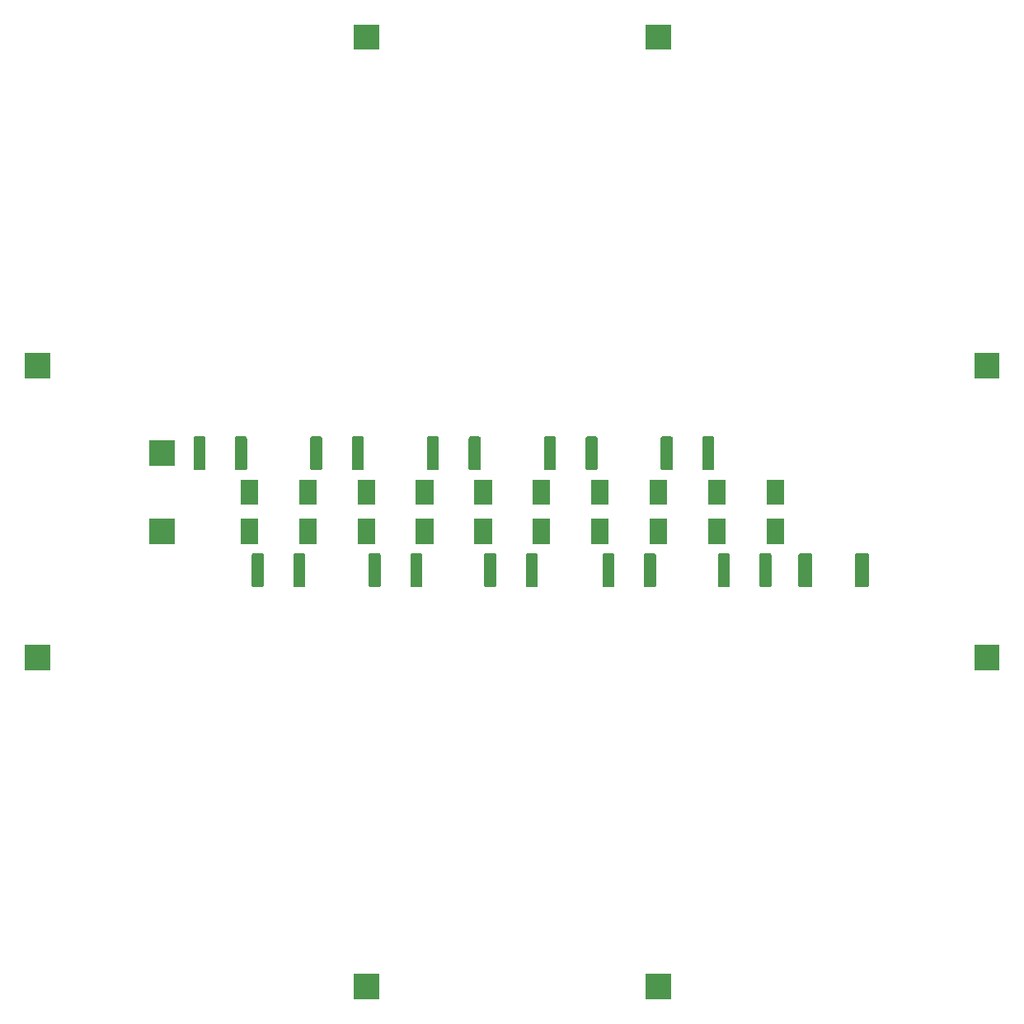
<source format=gbs>
G04 #@! TF.GenerationSoftware,KiCad,Pcbnew,5.0.1*
G04 #@! TF.CreationDate,2019-01-23T19:28:01+01:00*
G04 #@! TF.ProjectId,Statikplatte,53746174696B706C617474652E6B6963,rev?*
G04 #@! TF.SameCoordinates,Original*
G04 #@! TF.FileFunction,Soldermask,Bot*
G04 #@! TF.FilePolarity,Negative*
%FSLAX46Y46*%
G04 Gerber Fmt 4.6, Leading zero omitted, Abs format (unit mm)*
G04 Created by KiCad (PCBNEW 5.0.1) date Mi 23 Jan 2019 19:28:01 CET*
%MOMM*%
%LPD*%
G01*
G04 APERTURE LIST*
%ADD10C,0.100000*%
G04 APERTURE END LIST*
D10*
G36*
X166301000Y-150051000D02*
X163699000Y-150051000D01*
X163699000Y-147449000D01*
X166301000Y-147449000D01*
X166301000Y-150051000D01*
X166301000Y-150051000D01*
G37*
G36*
X136301000Y-150051000D02*
X133699000Y-150051000D01*
X133699000Y-147449000D01*
X136301000Y-147449000D01*
X136301000Y-150051000D01*
X136301000Y-150051000D01*
G37*
G36*
X200051000Y-116301000D02*
X197449000Y-116301000D01*
X197449000Y-113699000D01*
X200051000Y-113699000D01*
X200051000Y-116301000D01*
X200051000Y-116301000D01*
G37*
G36*
X102551000Y-116301000D02*
X99949000Y-116301000D01*
X99949000Y-113699000D01*
X102551000Y-113699000D01*
X102551000Y-116301000D01*
X102551000Y-116301000D01*
G37*
G36*
X176449808Y-104253498D02*
X176487817Y-104265028D01*
X176522848Y-104283753D01*
X176553550Y-104308950D01*
X176578747Y-104339652D01*
X176597472Y-104374683D01*
X176609002Y-104412692D01*
X176613500Y-104458362D01*
X176613500Y-107541638D01*
X176609002Y-107587308D01*
X176597472Y-107625317D01*
X176578747Y-107660348D01*
X176553550Y-107691050D01*
X176522848Y-107716247D01*
X176487817Y-107734972D01*
X176449808Y-107746502D01*
X176404138Y-107751000D01*
X175595862Y-107751000D01*
X175550192Y-107746502D01*
X175512183Y-107734972D01*
X175477152Y-107716247D01*
X175446450Y-107691050D01*
X175421253Y-107660348D01*
X175402528Y-107625317D01*
X175390998Y-107587308D01*
X175386500Y-107541638D01*
X175386500Y-104458362D01*
X175390998Y-104412692D01*
X175402528Y-104374683D01*
X175421253Y-104339652D01*
X175446450Y-104308950D01*
X175477152Y-104283753D01*
X175512183Y-104265028D01*
X175550192Y-104253498D01*
X175595862Y-104249000D01*
X176404138Y-104249000D01*
X176449808Y-104253498D01*
X176449808Y-104253498D01*
G37*
G36*
X172174808Y-104253498D02*
X172212817Y-104265028D01*
X172247848Y-104283753D01*
X172278550Y-104308950D01*
X172303747Y-104339652D01*
X172322472Y-104374683D01*
X172334002Y-104412692D01*
X172338500Y-104458362D01*
X172338500Y-107541638D01*
X172334002Y-107587308D01*
X172322472Y-107625317D01*
X172303747Y-107660348D01*
X172278550Y-107691050D01*
X172247848Y-107716247D01*
X172212817Y-107734972D01*
X172174808Y-107746502D01*
X172129138Y-107751000D01*
X171320862Y-107751000D01*
X171275192Y-107746502D01*
X171237183Y-107734972D01*
X171202152Y-107716247D01*
X171171450Y-107691050D01*
X171146253Y-107660348D01*
X171127528Y-107625317D01*
X171115998Y-107587308D01*
X171111500Y-107541638D01*
X171111500Y-104458362D01*
X171115998Y-104412692D01*
X171127528Y-104374683D01*
X171146253Y-104339652D01*
X171171450Y-104308950D01*
X171202152Y-104283753D01*
X171237183Y-104265028D01*
X171275192Y-104253498D01*
X171320862Y-104249000D01*
X172129138Y-104249000D01*
X172174808Y-104253498D01*
X172174808Y-104253498D01*
G37*
G36*
X164587308Y-104253498D02*
X164625317Y-104265028D01*
X164660348Y-104283753D01*
X164691050Y-104308950D01*
X164716247Y-104339652D01*
X164734972Y-104374683D01*
X164746502Y-104412692D01*
X164751000Y-104458362D01*
X164751000Y-107541638D01*
X164746502Y-107587308D01*
X164734972Y-107625317D01*
X164716247Y-107660348D01*
X164691050Y-107691050D01*
X164660348Y-107716247D01*
X164625317Y-107734972D01*
X164587308Y-107746502D01*
X164541638Y-107751000D01*
X163733362Y-107751000D01*
X163687692Y-107746502D01*
X163649683Y-107734972D01*
X163614652Y-107716247D01*
X163583950Y-107691050D01*
X163558753Y-107660348D01*
X163540028Y-107625317D01*
X163528498Y-107587308D01*
X163524000Y-107541638D01*
X163524000Y-104458362D01*
X163528498Y-104412692D01*
X163540028Y-104374683D01*
X163558753Y-104339652D01*
X163583950Y-104308950D01*
X163614652Y-104283753D01*
X163649683Y-104265028D01*
X163687692Y-104253498D01*
X163733362Y-104249000D01*
X164541638Y-104249000D01*
X164587308Y-104253498D01*
X164587308Y-104253498D01*
G37*
G36*
X160312308Y-104253498D02*
X160350317Y-104265028D01*
X160385348Y-104283753D01*
X160416050Y-104308950D01*
X160441247Y-104339652D01*
X160459972Y-104374683D01*
X160471502Y-104412692D01*
X160476000Y-104458362D01*
X160476000Y-107541638D01*
X160471502Y-107587308D01*
X160459972Y-107625317D01*
X160441247Y-107660348D01*
X160416050Y-107691050D01*
X160385348Y-107716247D01*
X160350317Y-107734972D01*
X160312308Y-107746502D01*
X160266638Y-107751000D01*
X159458362Y-107751000D01*
X159412692Y-107746502D01*
X159374683Y-107734972D01*
X159339652Y-107716247D01*
X159308950Y-107691050D01*
X159283753Y-107660348D01*
X159265028Y-107625317D01*
X159253498Y-107587308D01*
X159249000Y-107541638D01*
X159249000Y-104458362D01*
X159253498Y-104412692D01*
X159265028Y-104374683D01*
X159283753Y-104339652D01*
X159308950Y-104308950D01*
X159339652Y-104283753D01*
X159374683Y-104265028D01*
X159412692Y-104253498D01*
X159458362Y-104249000D01*
X160266638Y-104249000D01*
X160312308Y-104253498D01*
X160312308Y-104253498D01*
G37*
G36*
X152449808Y-104253498D02*
X152487817Y-104265028D01*
X152522848Y-104283753D01*
X152553550Y-104308950D01*
X152578747Y-104339652D01*
X152597472Y-104374683D01*
X152609002Y-104412692D01*
X152613500Y-104458362D01*
X152613500Y-107541638D01*
X152609002Y-107587308D01*
X152597472Y-107625317D01*
X152578747Y-107660348D01*
X152553550Y-107691050D01*
X152522848Y-107716247D01*
X152487817Y-107734972D01*
X152449808Y-107746502D01*
X152404138Y-107751000D01*
X151595862Y-107751000D01*
X151550192Y-107746502D01*
X151512183Y-107734972D01*
X151477152Y-107716247D01*
X151446450Y-107691050D01*
X151421253Y-107660348D01*
X151402528Y-107625317D01*
X151390998Y-107587308D01*
X151386500Y-107541638D01*
X151386500Y-104458362D01*
X151390998Y-104412692D01*
X151402528Y-104374683D01*
X151421253Y-104339652D01*
X151446450Y-104308950D01*
X151477152Y-104283753D01*
X151512183Y-104265028D01*
X151550192Y-104253498D01*
X151595862Y-104249000D01*
X152404138Y-104249000D01*
X152449808Y-104253498D01*
X152449808Y-104253498D01*
G37*
G36*
X148174808Y-104253498D02*
X148212817Y-104265028D01*
X148247848Y-104283753D01*
X148278550Y-104308950D01*
X148303747Y-104339652D01*
X148322472Y-104374683D01*
X148334002Y-104412692D01*
X148338500Y-104458362D01*
X148338500Y-107541638D01*
X148334002Y-107587308D01*
X148322472Y-107625317D01*
X148303747Y-107660348D01*
X148278550Y-107691050D01*
X148247848Y-107716247D01*
X148212817Y-107734972D01*
X148174808Y-107746502D01*
X148129138Y-107751000D01*
X147320862Y-107751000D01*
X147275192Y-107746502D01*
X147237183Y-107734972D01*
X147202152Y-107716247D01*
X147171450Y-107691050D01*
X147146253Y-107660348D01*
X147127528Y-107625317D01*
X147115998Y-107587308D01*
X147111500Y-107541638D01*
X147111500Y-104458362D01*
X147115998Y-104412692D01*
X147127528Y-104374683D01*
X147146253Y-104339652D01*
X147171450Y-104308950D01*
X147202152Y-104283753D01*
X147237183Y-104265028D01*
X147275192Y-104253498D01*
X147320862Y-104249000D01*
X148129138Y-104249000D01*
X148174808Y-104253498D01*
X148174808Y-104253498D01*
G37*
G36*
X140587308Y-104253498D02*
X140625317Y-104265028D01*
X140660348Y-104283753D01*
X140691050Y-104308950D01*
X140716247Y-104339652D01*
X140734972Y-104374683D01*
X140746502Y-104412692D01*
X140751000Y-104458362D01*
X140751000Y-107541638D01*
X140746502Y-107587308D01*
X140734972Y-107625317D01*
X140716247Y-107660348D01*
X140691050Y-107691050D01*
X140660348Y-107716247D01*
X140625317Y-107734972D01*
X140587308Y-107746502D01*
X140541638Y-107751000D01*
X139733362Y-107751000D01*
X139687692Y-107746502D01*
X139649683Y-107734972D01*
X139614652Y-107716247D01*
X139583950Y-107691050D01*
X139558753Y-107660348D01*
X139540028Y-107625317D01*
X139528498Y-107587308D01*
X139524000Y-107541638D01*
X139524000Y-104458362D01*
X139528498Y-104412692D01*
X139540028Y-104374683D01*
X139558753Y-104339652D01*
X139583950Y-104308950D01*
X139614652Y-104283753D01*
X139649683Y-104265028D01*
X139687692Y-104253498D01*
X139733362Y-104249000D01*
X140541638Y-104249000D01*
X140587308Y-104253498D01*
X140587308Y-104253498D01*
G37*
G36*
X136312308Y-104253498D02*
X136350317Y-104265028D01*
X136385348Y-104283753D01*
X136416050Y-104308950D01*
X136441247Y-104339652D01*
X136459972Y-104374683D01*
X136471502Y-104412692D01*
X136476000Y-104458362D01*
X136476000Y-107541638D01*
X136471502Y-107587308D01*
X136459972Y-107625317D01*
X136441247Y-107660348D01*
X136416050Y-107691050D01*
X136385348Y-107716247D01*
X136350317Y-107734972D01*
X136312308Y-107746502D01*
X136266638Y-107751000D01*
X135458362Y-107751000D01*
X135412692Y-107746502D01*
X135374683Y-107734972D01*
X135339652Y-107716247D01*
X135308950Y-107691050D01*
X135283753Y-107660348D01*
X135265028Y-107625317D01*
X135253498Y-107587308D01*
X135249000Y-107541638D01*
X135249000Y-104458362D01*
X135253498Y-104412692D01*
X135265028Y-104374683D01*
X135283753Y-104339652D01*
X135308950Y-104308950D01*
X135339652Y-104283753D01*
X135374683Y-104265028D01*
X135412692Y-104253498D01*
X135458362Y-104249000D01*
X136266638Y-104249000D01*
X136312308Y-104253498D01*
X136312308Y-104253498D01*
G37*
G36*
X128587308Y-104253498D02*
X128625317Y-104265028D01*
X128660348Y-104283753D01*
X128691050Y-104308950D01*
X128716247Y-104339652D01*
X128734972Y-104374683D01*
X128746502Y-104412692D01*
X128751000Y-104458362D01*
X128751000Y-107541638D01*
X128746502Y-107587308D01*
X128734972Y-107625317D01*
X128716247Y-107660348D01*
X128691050Y-107691050D01*
X128660348Y-107716247D01*
X128625317Y-107734972D01*
X128587308Y-107746502D01*
X128541638Y-107751000D01*
X127733362Y-107751000D01*
X127687692Y-107746502D01*
X127649683Y-107734972D01*
X127614652Y-107716247D01*
X127583950Y-107691050D01*
X127558753Y-107660348D01*
X127540028Y-107625317D01*
X127528498Y-107587308D01*
X127524000Y-107541638D01*
X127524000Y-104458362D01*
X127528498Y-104412692D01*
X127540028Y-104374683D01*
X127558753Y-104339652D01*
X127583950Y-104308950D01*
X127614652Y-104283753D01*
X127649683Y-104265028D01*
X127687692Y-104253498D01*
X127733362Y-104249000D01*
X128541638Y-104249000D01*
X128587308Y-104253498D01*
X128587308Y-104253498D01*
G37*
G36*
X124312308Y-104253498D02*
X124350317Y-104265028D01*
X124385348Y-104283753D01*
X124416050Y-104308950D01*
X124441247Y-104339652D01*
X124459972Y-104374683D01*
X124471502Y-104412692D01*
X124476000Y-104458362D01*
X124476000Y-107541638D01*
X124471502Y-107587308D01*
X124459972Y-107625317D01*
X124441247Y-107660348D01*
X124416050Y-107691050D01*
X124385348Y-107716247D01*
X124350317Y-107734972D01*
X124312308Y-107746502D01*
X124266638Y-107751000D01*
X123458362Y-107751000D01*
X123412692Y-107746502D01*
X123374683Y-107734972D01*
X123339652Y-107716247D01*
X123308950Y-107691050D01*
X123283753Y-107660348D01*
X123265028Y-107625317D01*
X123253498Y-107587308D01*
X123249000Y-107541638D01*
X123249000Y-104458362D01*
X123253498Y-104412692D01*
X123265028Y-104374683D01*
X123283753Y-104339652D01*
X123308950Y-104308950D01*
X123339652Y-104283753D01*
X123374683Y-104265028D01*
X123412692Y-104253498D01*
X123458362Y-104249000D01*
X124266638Y-104249000D01*
X124312308Y-104253498D01*
X124312308Y-104253498D01*
G37*
G36*
X186472797Y-104278247D02*
X186508367Y-104289037D01*
X186541139Y-104306554D01*
X186569869Y-104330131D01*
X186593446Y-104358861D01*
X186610963Y-104391633D01*
X186621753Y-104427203D01*
X186626000Y-104470324D01*
X186626000Y-107529676D01*
X186621753Y-107572797D01*
X186610963Y-107608367D01*
X186593446Y-107641139D01*
X186569869Y-107669869D01*
X186541139Y-107693446D01*
X186508367Y-107710963D01*
X186472797Y-107721753D01*
X186429676Y-107726000D01*
X185370324Y-107726000D01*
X185327203Y-107721753D01*
X185291633Y-107710963D01*
X185258861Y-107693446D01*
X185230131Y-107669869D01*
X185206554Y-107641139D01*
X185189037Y-107608367D01*
X185178247Y-107572797D01*
X185174000Y-107529676D01*
X185174000Y-104470324D01*
X185178247Y-104427203D01*
X185189037Y-104391633D01*
X185206554Y-104358861D01*
X185230131Y-104330131D01*
X185258861Y-104306554D01*
X185291633Y-104289037D01*
X185327203Y-104278247D01*
X185370324Y-104274000D01*
X186429676Y-104274000D01*
X186472797Y-104278247D01*
X186472797Y-104278247D01*
G37*
G36*
X180672797Y-104278247D02*
X180708367Y-104289037D01*
X180741139Y-104306554D01*
X180769869Y-104330131D01*
X180793446Y-104358861D01*
X180810963Y-104391633D01*
X180821753Y-104427203D01*
X180826000Y-104470324D01*
X180826000Y-107529676D01*
X180821753Y-107572797D01*
X180810963Y-107608367D01*
X180793446Y-107641139D01*
X180769869Y-107669869D01*
X180741139Y-107693446D01*
X180708367Y-107710963D01*
X180672797Y-107721753D01*
X180629676Y-107726000D01*
X179570324Y-107726000D01*
X179527203Y-107721753D01*
X179491633Y-107710963D01*
X179458861Y-107693446D01*
X179430131Y-107669869D01*
X179406554Y-107641139D01*
X179389037Y-107608367D01*
X179378247Y-107572797D01*
X179374000Y-107529676D01*
X179374000Y-104470324D01*
X179378247Y-104427203D01*
X179389037Y-104391633D01*
X179406554Y-104358861D01*
X179430131Y-104330131D01*
X179458861Y-104306554D01*
X179491633Y-104289037D01*
X179527203Y-104278247D01*
X179570324Y-104274000D01*
X180629676Y-104274000D01*
X180672797Y-104278247D01*
X180672797Y-104278247D01*
G37*
G36*
X159901000Y-103301001D02*
X158099000Y-103301001D01*
X158099000Y-100699001D01*
X159901000Y-100699001D01*
X159901000Y-103301001D01*
X159901000Y-103301001D01*
G37*
G36*
X177901000Y-103301000D02*
X176099000Y-103301000D01*
X176099000Y-100699000D01*
X177901000Y-100699000D01*
X177901000Y-103301000D01*
X177901000Y-103301000D01*
G37*
G36*
X165901000Y-103301000D02*
X164099000Y-103301000D01*
X164099000Y-100699000D01*
X165901000Y-100699000D01*
X165901000Y-103301000D01*
X165901000Y-103301000D01*
G37*
G36*
X115301000Y-103301000D02*
X112699000Y-103301000D01*
X112699000Y-100699000D01*
X115301000Y-100699000D01*
X115301000Y-103301000D01*
X115301000Y-103301000D01*
G37*
G36*
X135901000Y-103301000D02*
X134099000Y-103301000D01*
X134099000Y-100699000D01*
X135901000Y-100699000D01*
X135901000Y-103301000D01*
X135901000Y-103301000D01*
G37*
G36*
X141901000Y-103301000D02*
X140099000Y-103301000D01*
X140099000Y-100699000D01*
X141901000Y-100699000D01*
X141901000Y-103301000D01*
X141901000Y-103301000D01*
G37*
G36*
X147901000Y-103301000D02*
X146099000Y-103301000D01*
X146099000Y-100699000D01*
X147901000Y-100699000D01*
X147901000Y-103301000D01*
X147901000Y-103301000D01*
G37*
G36*
X171901000Y-103301000D02*
X170099000Y-103301000D01*
X170099000Y-100699000D01*
X171901000Y-100699000D01*
X171901000Y-103301000D01*
X171901000Y-103301000D01*
G37*
G36*
X123901000Y-103301000D02*
X122099000Y-103301000D01*
X122099000Y-100699000D01*
X123901000Y-100699000D01*
X123901000Y-103301000D01*
X123901000Y-103301000D01*
G37*
G36*
X153901000Y-103300999D02*
X152099000Y-103300999D01*
X152099000Y-100698999D01*
X153901000Y-100698999D01*
X153901000Y-103300999D01*
X153901000Y-103300999D01*
G37*
G36*
X129901000Y-103300999D02*
X128099000Y-103300999D01*
X128099000Y-100698999D01*
X129901000Y-100698999D01*
X129901000Y-103300999D01*
X129901000Y-103300999D01*
G37*
G36*
X159901000Y-99301001D02*
X158099000Y-99301001D01*
X158099000Y-96699001D01*
X159901000Y-96699001D01*
X159901000Y-99301001D01*
X159901000Y-99301001D01*
G37*
G36*
X135901000Y-99301000D02*
X134099000Y-99301000D01*
X134099000Y-96699000D01*
X135901000Y-96699000D01*
X135901000Y-99301000D01*
X135901000Y-99301000D01*
G37*
G36*
X123901000Y-99301000D02*
X122099000Y-99301000D01*
X122099000Y-96699000D01*
X123901000Y-96699000D01*
X123901000Y-99301000D01*
X123901000Y-99301000D01*
G37*
G36*
X177901000Y-99301000D02*
X176099000Y-99301000D01*
X176099000Y-96699000D01*
X177901000Y-96699000D01*
X177901000Y-99301000D01*
X177901000Y-99301000D01*
G37*
G36*
X165901000Y-99301000D02*
X164099000Y-99301000D01*
X164099000Y-96699000D01*
X165901000Y-96699000D01*
X165901000Y-99301000D01*
X165901000Y-99301000D01*
G37*
G36*
X141901000Y-99301000D02*
X140099000Y-99301000D01*
X140099000Y-96699000D01*
X141901000Y-96699000D01*
X141901000Y-99301000D01*
X141901000Y-99301000D01*
G37*
G36*
X171901000Y-99301000D02*
X170099000Y-99301000D01*
X170099000Y-96699000D01*
X171901000Y-96699000D01*
X171901000Y-99301000D01*
X171901000Y-99301000D01*
G37*
G36*
X147901000Y-99301000D02*
X146099000Y-99301000D01*
X146099000Y-96699000D01*
X147901000Y-96699000D01*
X147901000Y-99301000D01*
X147901000Y-99301000D01*
G37*
G36*
X129901000Y-99300999D02*
X128099000Y-99300999D01*
X128099000Y-96698999D01*
X129901000Y-96698999D01*
X129901000Y-99300999D01*
X129901000Y-99300999D01*
G37*
G36*
X153901000Y-99300999D02*
X152099000Y-99300999D01*
X152099000Y-96698999D01*
X153901000Y-96698999D01*
X153901000Y-99300999D01*
X153901000Y-99300999D01*
G37*
G36*
X142312308Y-92253498D02*
X142350317Y-92265028D01*
X142385348Y-92283753D01*
X142416050Y-92308950D01*
X142441247Y-92339652D01*
X142459972Y-92374683D01*
X142471502Y-92412692D01*
X142476000Y-92458362D01*
X142476000Y-95541638D01*
X142471502Y-95587308D01*
X142459972Y-95625317D01*
X142441247Y-95660348D01*
X142416050Y-95691050D01*
X142385348Y-95716247D01*
X142350317Y-95734972D01*
X142312308Y-95746502D01*
X142266638Y-95751000D01*
X141458362Y-95751000D01*
X141412692Y-95746502D01*
X141374683Y-95734972D01*
X141339652Y-95716247D01*
X141308950Y-95691050D01*
X141283753Y-95660348D01*
X141265028Y-95625317D01*
X141253498Y-95587308D01*
X141249000Y-95541638D01*
X141249000Y-92458362D01*
X141253498Y-92412692D01*
X141265028Y-92374683D01*
X141283753Y-92339652D01*
X141308950Y-92308950D01*
X141339652Y-92283753D01*
X141374683Y-92265028D01*
X141412692Y-92253498D01*
X141458362Y-92249000D01*
X142266638Y-92249000D01*
X142312308Y-92253498D01*
X142312308Y-92253498D01*
G37*
G36*
X170587308Y-92253498D02*
X170625317Y-92265028D01*
X170660348Y-92283753D01*
X170691050Y-92308950D01*
X170716247Y-92339652D01*
X170734972Y-92374683D01*
X170746502Y-92412692D01*
X170751000Y-92458362D01*
X170751000Y-95541638D01*
X170746502Y-95587308D01*
X170734972Y-95625317D01*
X170716247Y-95660348D01*
X170691050Y-95691050D01*
X170660348Y-95716247D01*
X170625317Y-95734972D01*
X170587308Y-95746502D01*
X170541638Y-95751000D01*
X169733362Y-95751000D01*
X169687692Y-95746502D01*
X169649683Y-95734972D01*
X169614652Y-95716247D01*
X169583950Y-95691050D01*
X169558753Y-95660348D01*
X169540028Y-95625317D01*
X169528498Y-95587308D01*
X169524000Y-95541638D01*
X169524000Y-92458362D01*
X169528498Y-92412692D01*
X169540028Y-92374683D01*
X169558753Y-92339652D01*
X169583950Y-92308950D01*
X169614652Y-92283753D01*
X169649683Y-92265028D01*
X169687692Y-92253498D01*
X169733362Y-92249000D01*
X170541638Y-92249000D01*
X170587308Y-92253498D01*
X170587308Y-92253498D01*
G37*
G36*
X166312308Y-92253498D02*
X166350317Y-92265028D01*
X166385348Y-92283753D01*
X166416050Y-92308950D01*
X166441247Y-92339652D01*
X166459972Y-92374683D01*
X166471502Y-92412692D01*
X166476000Y-92458362D01*
X166476000Y-95541638D01*
X166471502Y-95587308D01*
X166459972Y-95625317D01*
X166441247Y-95660348D01*
X166416050Y-95691050D01*
X166385348Y-95716247D01*
X166350317Y-95734972D01*
X166312308Y-95746502D01*
X166266638Y-95751000D01*
X165458362Y-95751000D01*
X165412692Y-95746502D01*
X165374683Y-95734972D01*
X165339652Y-95716247D01*
X165308950Y-95691050D01*
X165283753Y-95660348D01*
X165265028Y-95625317D01*
X165253498Y-95587308D01*
X165249000Y-95541638D01*
X165249000Y-92458362D01*
X165253498Y-92412692D01*
X165265028Y-92374683D01*
X165283753Y-92339652D01*
X165308950Y-92308950D01*
X165339652Y-92283753D01*
X165374683Y-92265028D01*
X165412692Y-92253498D01*
X165458362Y-92249000D01*
X166266638Y-92249000D01*
X166312308Y-92253498D01*
X166312308Y-92253498D01*
G37*
G36*
X158587308Y-92253498D02*
X158625317Y-92265028D01*
X158660348Y-92283753D01*
X158691050Y-92308950D01*
X158716247Y-92339652D01*
X158734972Y-92374683D01*
X158746502Y-92412692D01*
X158751000Y-92458362D01*
X158751000Y-95541638D01*
X158746502Y-95587308D01*
X158734972Y-95625317D01*
X158716247Y-95660348D01*
X158691050Y-95691050D01*
X158660348Y-95716247D01*
X158625317Y-95734972D01*
X158587308Y-95746502D01*
X158541638Y-95751000D01*
X157733362Y-95751000D01*
X157687692Y-95746502D01*
X157649683Y-95734972D01*
X157614652Y-95716247D01*
X157583950Y-95691050D01*
X157558753Y-95660348D01*
X157540028Y-95625317D01*
X157528498Y-95587308D01*
X157524000Y-95541638D01*
X157524000Y-92458362D01*
X157528498Y-92412692D01*
X157540028Y-92374683D01*
X157558753Y-92339652D01*
X157583950Y-92308950D01*
X157614652Y-92283753D01*
X157649683Y-92265028D01*
X157687692Y-92253498D01*
X157733362Y-92249000D01*
X158541638Y-92249000D01*
X158587308Y-92253498D01*
X158587308Y-92253498D01*
G37*
G36*
X154312308Y-92253498D02*
X154350317Y-92265028D01*
X154385348Y-92283753D01*
X154416050Y-92308950D01*
X154441247Y-92339652D01*
X154459972Y-92374683D01*
X154471502Y-92412692D01*
X154476000Y-92458362D01*
X154476000Y-95541638D01*
X154471502Y-95587308D01*
X154459972Y-95625317D01*
X154441247Y-95660348D01*
X154416050Y-95691050D01*
X154385348Y-95716247D01*
X154350317Y-95734972D01*
X154312308Y-95746502D01*
X154266638Y-95751000D01*
X153458362Y-95751000D01*
X153412692Y-95746502D01*
X153374683Y-95734972D01*
X153339652Y-95716247D01*
X153308950Y-95691050D01*
X153283753Y-95660348D01*
X153265028Y-95625317D01*
X153253498Y-95587308D01*
X153249000Y-95541638D01*
X153249000Y-92458362D01*
X153253498Y-92412692D01*
X153265028Y-92374683D01*
X153283753Y-92339652D01*
X153308950Y-92308950D01*
X153339652Y-92283753D01*
X153374683Y-92265028D01*
X153412692Y-92253498D01*
X153458362Y-92249000D01*
X154266638Y-92249000D01*
X154312308Y-92253498D01*
X154312308Y-92253498D01*
G37*
G36*
X146587308Y-92253498D02*
X146625317Y-92265028D01*
X146660348Y-92283753D01*
X146691050Y-92308950D01*
X146716247Y-92339652D01*
X146734972Y-92374683D01*
X146746502Y-92412692D01*
X146751000Y-92458362D01*
X146751000Y-95541638D01*
X146746502Y-95587308D01*
X146734972Y-95625317D01*
X146716247Y-95660348D01*
X146691050Y-95691050D01*
X146660348Y-95716247D01*
X146625317Y-95734972D01*
X146587308Y-95746502D01*
X146541638Y-95751000D01*
X145733362Y-95751000D01*
X145687692Y-95746502D01*
X145649683Y-95734972D01*
X145614652Y-95716247D01*
X145583950Y-95691050D01*
X145558753Y-95660348D01*
X145540028Y-95625317D01*
X145528498Y-95587308D01*
X145524000Y-95541638D01*
X145524000Y-92458362D01*
X145528498Y-92412692D01*
X145540028Y-92374683D01*
X145558753Y-92339652D01*
X145583950Y-92308950D01*
X145614652Y-92283753D01*
X145649683Y-92265028D01*
X145687692Y-92253498D01*
X145733362Y-92249000D01*
X146541638Y-92249000D01*
X146587308Y-92253498D01*
X146587308Y-92253498D01*
G37*
G36*
X134587308Y-92253498D02*
X134625317Y-92265028D01*
X134660348Y-92283753D01*
X134691050Y-92308950D01*
X134716247Y-92339652D01*
X134734972Y-92374683D01*
X134746502Y-92412692D01*
X134751000Y-92458362D01*
X134751000Y-95541638D01*
X134746502Y-95587308D01*
X134734972Y-95625317D01*
X134716247Y-95660348D01*
X134691050Y-95691050D01*
X134660348Y-95716247D01*
X134625317Y-95734972D01*
X134587308Y-95746502D01*
X134541638Y-95751000D01*
X133733362Y-95751000D01*
X133687692Y-95746502D01*
X133649683Y-95734972D01*
X133614652Y-95716247D01*
X133583950Y-95691050D01*
X133558753Y-95660348D01*
X133540028Y-95625317D01*
X133528498Y-95587308D01*
X133524000Y-95541638D01*
X133524000Y-92458362D01*
X133528498Y-92412692D01*
X133540028Y-92374683D01*
X133558753Y-92339652D01*
X133583950Y-92308950D01*
X133614652Y-92283753D01*
X133649683Y-92265028D01*
X133687692Y-92253498D01*
X133733362Y-92249000D01*
X134541638Y-92249000D01*
X134587308Y-92253498D01*
X134587308Y-92253498D01*
G37*
G36*
X130312308Y-92253498D02*
X130350317Y-92265028D01*
X130385348Y-92283753D01*
X130416050Y-92308950D01*
X130441247Y-92339652D01*
X130459972Y-92374683D01*
X130471502Y-92412692D01*
X130476000Y-92458362D01*
X130476000Y-95541638D01*
X130471502Y-95587308D01*
X130459972Y-95625317D01*
X130441247Y-95660348D01*
X130416050Y-95691050D01*
X130385348Y-95716247D01*
X130350317Y-95734972D01*
X130312308Y-95746502D01*
X130266638Y-95751000D01*
X129458362Y-95751000D01*
X129412692Y-95746502D01*
X129374683Y-95734972D01*
X129339652Y-95716247D01*
X129308950Y-95691050D01*
X129283753Y-95660348D01*
X129265028Y-95625317D01*
X129253498Y-95587308D01*
X129249000Y-95541638D01*
X129249000Y-92458362D01*
X129253498Y-92412692D01*
X129265028Y-92374683D01*
X129283753Y-92339652D01*
X129308950Y-92308950D01*
X129339652Y-92283753D01*
X129374683Y-92265028D01*
X129412692Y-92253498D01*
X129458362Y-92249000D01*
X130266638Y-92249000D01*
X130312308Y-92253498D01*
X130312308Y-92253498D01*
G37*
G36*
X122587308Y-92253498D02*
X122625317Y-92265028D01*
X122660348Y-92283753D01*
X122691050Y-92308950D01*
X122716247Y-92339652D01*
X122734972Y-92374683D01*
X122746502Y-92412692D01*
X122751000Y-92458362D01*
X122751000Y-95541638D01*
X122746502Y-95587308D01*
X122734972Y-95625317D01*
X122716247Y-95660348D01*
X122691050Y-95691050D01*
X122660348Y-95716247D01*
X122625317Y-95734972D01*
X122587308Y-95746502D01*
X122541638Y-95751000D01*
X121733362Y-95751000D01*
X121687692Y-95746502D01*
X121649683Y-95734972D01*
X121614652Y-95716247D01*
X121583950Y-95691050D01*
X121558753Y-95660348D01*
X121540028Y-95625317D01*
X121528498Y-95587308D01*
X121524000Y-95541638D01*
X121524000Y-92458362D01*
X121528498Y-92412692D01*
X121540028Y-92374683D01*
X121558753Y-92339652D01*
X121583950Y-92308950D01*
X121614652Y-92283753D01*
X121649683Y-92265028D01*
X121687692Y-92253498D01*
X121733362Y-92249000D01*
X122541638Y-92249000D01*
X122587308Y-92253498D01*
X122587308Y-92253498D01*
G37*
G36*
X118312308Y-92253498D02*
X118350317Y-92265028D01*
X118385348Y-92283753D01*
X118416050Y-92308950D01*
X118441247Y-92339652D01*
X118459972Y-92374683D01*
X118471502Y-92412692D01*
X118476000Y-92458362D01*
X118476000Y-95541638D01*
X118471502Y-95587308D01*
X118459972Y-95625317D01*
X118441247Y-95660348D01*
X118416050Y-95691050D01*
X118385348Y-95716247D01*
X118350317Y-95734972D01*
X118312308Y-95746502D01*
X118266638Y-95751000D01*
X117458362Y-95751000D01*
X117412692Y-95746502D01*
X117374683Y-95734972D01*
X117339652Y-95716247D01*
X117308950Y-95691050D01*
X117283753Y-95660348D01*
X117265028Y-95625317D01*
X117253498Y-95587308D01*
X117249000Y-95541638D01*
X117249000Y-92458362D01*
X117253498Y-92412692D01*
X117265028Y-92374683D01*
X117283753Y-92339652D01*
X117308950Y-92308950D01*
X117339652Y-92283753D01*
X117374683Y-92265028D01*
X117412692Y-92253498D01*
X117458362Y-92249000D01*
X118266638Y-92249000D01*
X118312308Y-92253498D01*
X118312308Y-92253498D01*
G37*
G36*
X115301000Y-95301000D02*
X112699000Y-95301000D01*
X112699000Y-92699000D01*
X115301000Y-92699000D01*
X115301000Y-95301000D01*
X115301000Y-95301000D01*
G37*
G36*
X200051000Y-86301000D02*
X197449000Y-86301000D01*
X197449000Y-83699000D01*
X200051000Y-83699000D01*
X200051000Y-86301000D01*
X200051000Y-86301000D01*
G37*
G36*
X102551000Y-86301000D02*
X99949000Y-86301000D01*
X99949000Y-83699000D01*
X102551000Y-83699000D01*
X102551000Y-86301000D01*
X102551000Y-86301000D01*
G37*
G36*
X166301000Y-52551000D02*
X163699000Y-52551000D01*
X163699000Y-49949000D01*
X166301000Y-49949000D01*
X166301000Y-52551000D01*
X166301000Y-52551000D01*
G37*
G36*
X136301000Y-52551000D02*
X133699000Y-52551000D01*
X133699000Y-49949000D01*
X136301000Y-49949000D01*
X136301000Y-52551000D01*
X136301000Y-52551000D01*
G37*
M02*

</source>
